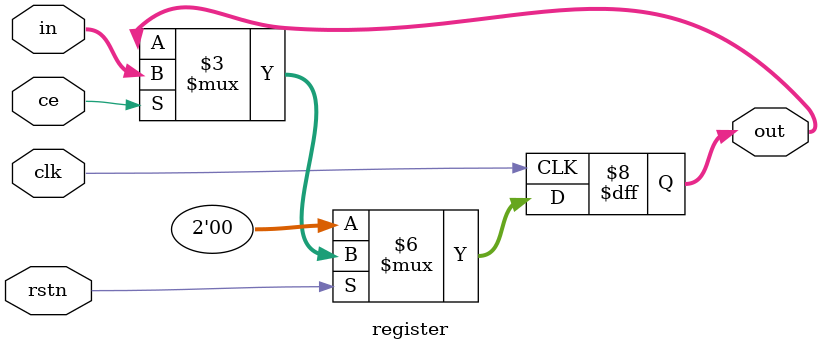
<source format=sv>
module register
#(
    parameter int WORD_WIDTH = 0,
    parameter logic [WORD_WIDTH-1:0] RESET_VALUE = 0
)
(
    input  logic                  clk,
    input  logic                  rstn,
    input  logic                  ce,   // clock-enable
    input  logic [WORD_WIDTH-1:0] in,
    output logic [WORD_WIDTH-1:0] out
);

    always_ff @(posedge clk) begin
        if (~rstn)
            out <= RESET_VALUE;
        else if (ce)
            out <= in;
    end
endmodule

</source>
